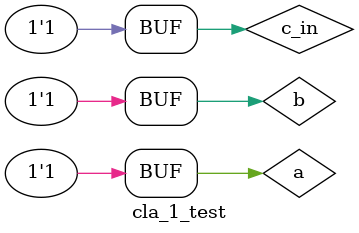
<source format=v>
`timescale 1ns / 1ps


module cla_1_test;

	// Inputs
	reg [0:0] a;
	reg [0:0] b;
	reg c_in;

	// Outputs
	wire [0:0] c_out;
	wire [0:0] s;
	wire [0:0] g;
	wire [0:0] p;

	// Instantiate the Unit Under Test (UUT)
	cla_1 uut (
		.a(a), 
		.b(b), 
		.c_in(c_in), 
		.c_out(c_out), 
		.s(s),
		.g(g),
		.p(p)
	);

	initial begin
		// Initialize Inputs
		a = 0;
		b = 0;
		c_in = 0;

		// Wait 100 ns for global reset to finish
		#100;
		
		a=0;
		b=1;
		c_in=1;
		#100;
		
		a=1;
		b=1;
		c_in=0;
		#100;
		
		a=1;
		b=1;
		c_in=1;
		#100;

	end
      
endmodule


</source>
